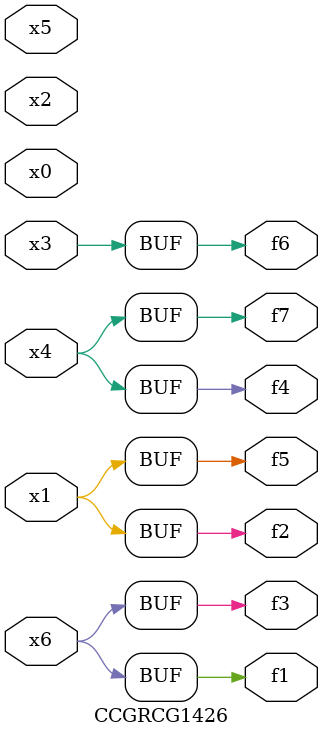
<source format=v>
module CCGRCG1426(
	input x0, x1, x2, x3, x4, x5, x6,
	output f1, f2, f3, f4, f5, f6, f7
);
	assign f1 = x6;
	assign f2 = x1;
	assign f3 = x6;
	assign f4 = x4;
	assign f5 = x1;
	assign f6 = x3;
	assign f7 = x4;
endmodule

</source>
